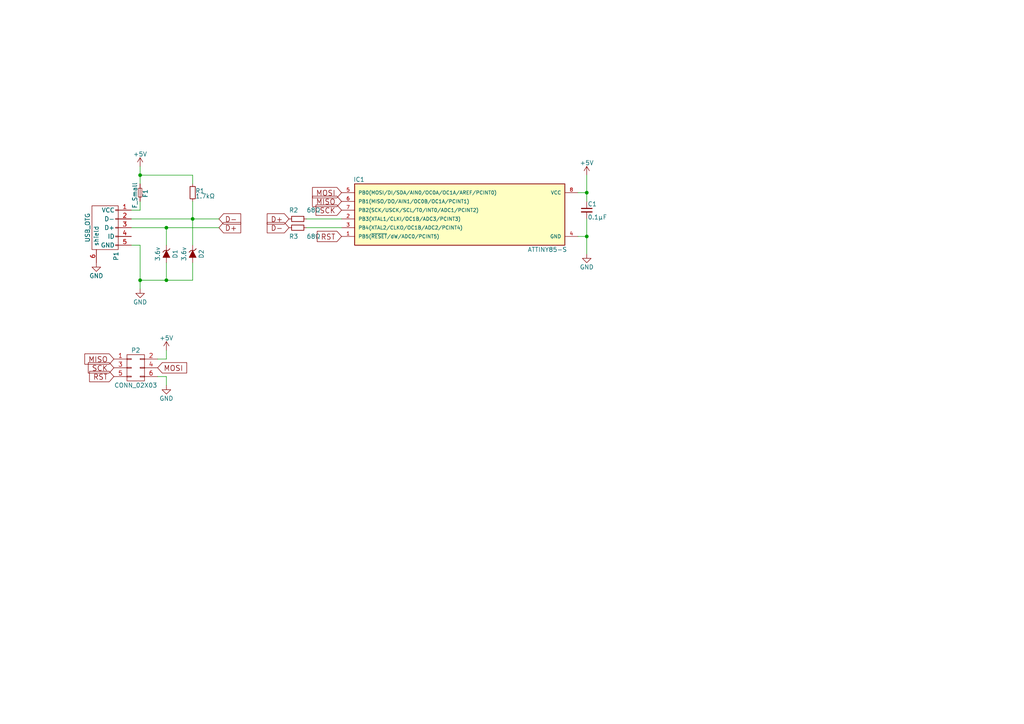
<source format=kicad_sch>
(kicad_sch (version 20230121) (generator eeschema)
  (paper "A4")
  (lib_symbols
    (symbol "device:C_Small" (pin_numbers hide) (pin_names (offset 0.254) hide)
      (property "Reference" "C" (at 0.254 1.778 0))
      (property "Value" "C_Small" (at 0.254 -2.032 0))
      (symbol "C_Small_0_1"
        (polyline (pts (xy -1.524 -0.508) (xy 1.524 -0.508)) (stroke (width 0.3302)))
        (polyline (pts (xy -1.524 0.508) (xy 1.524 0.508)) (stroke (width 0.3048)))
      )
      (symbol "C_Small_1_1"
        (pin passive line (at 0 2.54 270) (length 1.905) (name "~") (number "1"))
        (pin passive line (at 0 -2.54 90) (length 2.032) (name "~") (number "2"))
      )
    )
    (symbol "device:F_Small" (pin_numbers hide) (pin_names (offset 0.254) hide)
      (property "Reference" "F" (at -1.016 1.524 0))
      (property "Value" "F_Small" (at -3.048 -1.524 0))
      (symbol "F_Small_0_1"
        (rectangle (start -1.27 0.508) (end 1.27 -0.508))
        (polyline (pts (xy -1.27 0) (xy 1.27 0)))
      )
      (symbol "F_Small_1_1"
        (pin passive line (at -2.54 0 0) (length 1.27) (name "~") (number "1"))
        (pin passive line (at 2.54 0 180) (length 1.27) (name "~") (number "2"))
      )
    )
    (symbol "device:R_Small" (pin_numbers hide) (pin_names (offset 0.254) hide)
      (property "Reference" "R" (at 0.762 0.508 0))
      (property "Value" "R_Small" (at 0.762 -1.016 0))
      (symbol "R_Small_0_1"
        (rectangle (start -0.762 1.778) (end 0.762 -1.778) (stroke (width 0.2032)))
      )
      (symbol "R_Small_1_1"
        (pin passive line (at 0 2.54 270) (length 0.762) (name "~") (number "1"))
        (pin passive line (at 0 -2.54 90) (length 0.762) (name "~") (number "2"))
      )
    )
    (symbol "device:ZENERsmall" (pin_numbers hide) (pin_names (offset 1.016) hide)
      (property "Reference" "D" (at 0 2.54 0))
      (property "Value" "ZENERsmall" (at 0 -2.54 0))
      (symbol "ZENERsmall_0_1"
        (polyline (pts (xy -1.524 1.016) (xy -1.016 0.508) (xy -1.016 -0.508) (xy -0.508 -1.016)) (stroke (width 0.2032)))
        (polyline (pts (xy 1.016 1.016) (xy -1.016 0) (xy 1.016 -1.016) (xy 1.016 1.016)) (fill (type outline)))
      )
      (symbol "ZENERsmall_1_1"
        (pin passive line (at -2.54 0 0) (length 1.524) (name "K") (number "1"))
        (pin passive line (at 2.54 0 180) (length 1.524) (name "A") (number "2"))
      )
    )
    (symbol "isp-rescue:+5V" (power) (pin_names (offset 0))
      (property "Value" "+5V" (at 0 3.556 0))
      (symbol "+5V_0_1"
        (polyline (pts (xy -0.762 1.27) (xy 0 2.54)))
        (polyline (pts (xy 0 0) (xy 0 2.54)))
        (polyline (pts (xy 0 2.54) (xy 0.762 1.27)))
      )
      (symbol "+5V_1_1"
        (pin power_in line (at 0 0 90) (length 0) hide (name "+5V") (number "1"))
      )
    )
    (symbol "isp-rescue:ATTINY85-S-RESCUE-isp" (pin_names (offset 1.016))
      (property "Reference" "IC" (at -29.21 10.16 0))
      (property "Value" "ATTINY85-S-RESCUE-isp" (at 25.4 -10.16 0))
      (property "Footprint" "SO8-200" (at 24.13 0 0))
      (symbol "ATTINY85-S-RESCUE-isp_0_1"
        (rectangle (start -30.48 8.89) (end 30.48 -8.89) (stroke (width 0.254)) (fill (type background)))
      )
      (symbol "ATTINY85-S-RESCUE-isp_1_1"
        (pin bidirectional line (at -34.29 -6.35 0) (length 3.81) (name "PB5(~{RESET}/dW/ADC0/PCINT5)") (number "1"))
        (pin bidirectional line (at -34.29 -1.27 0) (length 3.81) (name "PB3(XTAL1/CLKI/OC1B/ADC3/PCINT3)") (number "2"))
        (pin bidirectional line (at -34.29 -3.81 0) (length 3.81) (name "PB4(XTAL2/CLKO/OC1B/ADC2/PCINT4)") (number "3"))
        (pin power_in line (at 34.29 -6.35 180) (length 3.81) (name "GND") (number "4"))
        (pin bidirectional line (at -34.29 6.35 0) (length 3.81) (name "PB0(MOSI/DI/SDA/AIN0/OC0A/OC1A/AREF/PCINT0)") (number "5"))
        (pin bidirectional line (at -34.29 3.81 0) (length 3.81) (name "PB1(MISO/DO/AIN1/OC0B/OC1A/PCINT1)") (number "6"))
        (pin bidirectional line (at -34.29 1.27 0) (length 3.81) (name "PB2(SCK/USCK/SCL/T0/INT0/ADC1/PCINT2)") (number "7"))
        (pin power_in line (at 34.29 6.35 180) (length 3.81) (name "VCC") (number "8"))
      )
    )
    (symbol "isp-rescue:CONN_02X03" (pin_names (offset 0.0254) hide)
      (property "Reference" "P" (at 0 5.08 0))
      (property "Value" "CONN_02X03" (at 0 -5.08 0))
      (symbol "CONN_02X03_0_1"
        (rectangle (start -2.54 -2.413) (end -1.27 -2.667))
        (rectangle (start -2.54 0.127) (end -1.27 -0.127))
        (rectangle (start -2.54 2.667) (end -1.27 2.413))
        (rectangle (start -2.54 3.81) (end 2.54 -3.81))
        (rectangle (start 1.27 -2.413) (end 2.54 -2.667))
        (rectangle (start 1.27 0.127) (end 2.54 -0.127))
        (rectangle (start 1.27 2.667) (end 2.54 2.413))
      )
      (symbol "CONN_02X03_1_1"
        (pin passive line (at -6.35 2.54 0) (length 3.81) (name "P1") (number "1"))
        (pin passive line (at 6.35 2.54 180) (length 3.81) (name "P2") (number "2"))
        (pin passive line (at -6.35 0 0) (length 3.81) (name "P3") (number "3"))
        (pin passive line (at 6.35 0 180) (length 3.81) (name "P4") (number "4"))
        (pin passive line (at -6.35 -2.54 0) (length 3.81) (name "P5") (number "5"))
        (pin passive line (at 6.35 -2.54 180) (length 3.81) (name "P6") (number "6"))
      )
    )
    (symbol "isp-rescue:GND" (power) (pin_names (offset 0))
      (property "Value" "GND" (at 0 -3.81 0))
      (symbol "GND_0_1"
        (polyline (pts (xy 0 0) (xy 0 -1.27) (xy 1.27 -1.27) (xy 0 -2.54) (xy -1.27 -1.27) (xy 0 -1.27)))
      )
      (symbol "GND_1_1"
        (pin power_in line (at 0 0 270) (length 0) hide (name "GND") (number "1"))
      )
    )
    (symbol "isp-rescue:USB_OTG-RESCUE-isp" (pin_names (offset 1.016))
      (property "Reference" "P" (at 8.255 -3.175 0))
      (property "Value" "USB_OTG-RESCUE-isp" (at 0 5.08 0))
      (symbol "USB_OTG-RESCUE-isp_0_1"
        (rectangle (start -6.35 -3.81) (end 6.35 3.81))
        (rectangle (start -5.207 -3.81) (end -4.953 -3.048))
        (rectangle (start -2.667 -3.81) (end -2.413 -3.048))
        (rectangle (start -0.127 -3.81) (end 0.127 -3.048))
        (rectangle (start 2.413 -3.81) (end 2.667 -3.048))
        (rectangle (start 4.953 -3.81) (end 5.207 -3.048))
      )
      (symbol "USB_OTG-RESCUE-isp_1_1"
        (pin power_out line (at -5.08 -7.62 90) (length 3.81) (name "VCC") (number "1"))
        (pin passive line (at -2.54 -7.62 90) (length 3.81) (name "D-") (number "2"))
        (pin passive line (at 0 -7.62 90) (length 3.81) (name "D+") (number "3"))
        (pin power_in line (at 2.54 -7.62 90) (length 3.81) (name "ID") (number "4"))
        (pin power_in line (at 5.08 -7.62 90) (length 3.81) (name "GND") (number "5"))
        (pin passive line (at 10.16 2.54 180) (length 3.81) (name "shield") (number "6"))
      )
    )
  )
  (junction (at 48.26 81.28))
  (junction (at 170.18 68.58))
  (junction (at 170.18 55.88))
  (junction (at 48.26 66.04))
  (junction (at 55.88 63.5))
  (junction (at 40.64 81.28))
  (junction (at 40.64 50.8))
  (wire (pts (xy 88.9 63.5) (xy 99.06 63.5)))
  (wire (pts (xy 38.1 66.04) (xy 48.26 66.04)))
  (wire (pts (xy 40.64 48.26) (xy 40.64 50.8)))
  (wire (pts (xy 170.18 50.8) (xy 170.18 55.88)))
  (wire (pts (xy 55.88 53.34) (xy 55.88 50.8)))
  (wire (pts (xy 40.64 71.12) (xy 40.64 81.28)))
  (wire (pts (xy 55.88 63.5) (xy 63.5 63.5)))
  (wire (pts (xy 170.18 68.58) (xy 170.18 73.66)))
  (wire (pts (xy 167.64 68.58) (xy 170.18 68.58)))
  (wire (pts (xy 88.9 66.04) (xy 99.06 66.04)))
  (wire (pts (xy 170.18 63.5) (xy 170.18 68.58)))
  (wire (pts (xy 40.64 81.28) (xy 48.26 81.28)))
  (wire (pts (xy 48.26 81.28) (xy 55.88 81.28)))
  (wire (pts (xy 48.26 66.04) (xy 63.5 66.04)))
  (wire (pts (xy 40.64 50.8) (xy 40.64 53.34)))
  (wire (pts (xy 55.88 50.8) (xy 40.64 50.8)))
  (wire (pts (xy 55.88 63.5) (xy 55.88 71.12)))
  (wire (pts (xy 48.26 66.04) (xy 48.26 71.12)))
  (wire (pts (xy 40.64 60.96) (xy 38.1 60.96)))
  (wire (pts (xy 45.72 104.14) (xy 48.26 104.14)))
  (wire (pts (xy 167.64 55.88) (xy 170.18 55.88)))
  (wire (pts (xy 40.64 81.28) (xy 40.64 83.82)))
  (wire (pts (xy 55.88 81.28) (xy 55.88 76.2)))
  (wire (pts (xy 45.72 109.22) (xy 48.26 109.22)))
  (wire (pts (xy 38.1 71.12) (xy 40.64 71.12)))
  (wire (pts (xy 48.26 104.14) (xy 48.26 101.6)))
  (wire (pts (xy 40.64 60.96) (xy 40.64 58.42)))
  (wire (pts (xy 38.1 63.5) (xy 55.88 63.5)))
  (wire (pts (xy 170.18 55.88) (xy 170.18 58.42)))
  (wire (pts (xy 48.26 109.22) (xy 48.26 111.76)))
  (wire (pts (xy 48.26 76.2) (xy 48.26 81.28)))
  (wire (pts (xy 55.88 58.42) (xy 55.88 63.5)))
  (global_label "RST" (shape input) (at 99.06 68.58 180) (effects (font (size 1.524 1.524))) (property "Intersheetrefs" "${INTERSHEET_REFS}" (effects hide)))
  (global_label "SCK" (shape input) (at 33.02 106.68 180) (effects (font (size 1.524 1.524))) (property "Intersheetrefs" "${INTERSHEET_REFS}" (effects hide)))
  (global_label "SCK" (shape input) (at 99.06 60.96 180) (effects (font (size 1.524 1.524))) (property "Intersheetrefs" "${INTERSHEET_REFS}" (effects hide)))
  (global_label "D+" (shape input) (at 63.5 66.04 0) (effects (font (size 1.524 1.524))) (property "Intersheetrefs" "${INTERSHEET_REFS}" (effects hide)))
  (global_label "MOSI" (shape input) (at 99.06 55.88 180) (effects (font (size 1.524 1.524))) (property "Intersheetrefs" "${INTERSHEET_REFS}" (effects hide)))
  (global_label "RST" (shape input) (at 33.02 109.22 180) (effects (font (size 1.524 1.524))) (property "Intersheetrefs" "${INTERSHEET_REFS}" (effects hide)))
  (global_label "D-" (shape input) (at 83.82 66.04 180) (effects (font (size 1.524 1.524))) (property "Intersheetrefs" "${INTERSHEET_REFS}" (effects hide)))
  (global_label "MISO" (shape input) (at 33.02 104.14 180) (effects (font (size 1.524 1.524))) (property "Intersheetrefs" "${INTERSHEET_REFS}" (effects hide)))
  (global_label "D+" (shape input) (at 83.82 63.5 180) (effects (font (size 1.524 1.524))) (property "Intersheetrefs" "${INTERSHEET_REFS}" (effects hide)))
  (global_label "MISO" (shape input) (at 99.06 58.42 180) (effects (font (size 1.524 1.524))) (property "Intersheetrefs" "${INTERSHEET_REFS}" (effects hide)))
  (global_label "MOSI" (shape input) (at 45.72 106.68 0) (effects (font (size 1.524 1.524))) (property "Intersheetrefs" "${INTERSHEET_REFS}" (effects hide)))
  (global_label "D-" (shape input) (at 63.5 63.5 0) (effects (font (size 1.524 1.524))) (property "Intersheetrefs" "${INTERSHEET_REFS}" (effects hide)))
  (symbol (lib_id "isp-rescue:USB_OTG-RESCUE-isp") (at 30.48 66.04 90) (mirror x) (unit 1)
    (property "Reference" "P1" (at 33.655 74.295 0))
    (property "Value" "USB_OTG" (at 25.4 66.04 0))
    (property "Footprint" "Connect:USB_Mini-B" (effects hide))
    (property "Mouser" "649-10033526-N3212LF" (effects hide))
  )
  (symbol (lib_id "isp-rescue:ATTINY85-S-RESCUE-isp") (at 133.35 62.23 0) (unit 1)
    (property "Reference" "IC1" (at 104.14 52.07 0))
    (property "Value" "ATTINY85-S" (at 158.75 72.39 0))
    (property "Footprint" "Housings_SOIC:SOIJ-8_5.3x5.3mm_Pitch1.27mm" (effects hide))
    (property "Mouser" "556-ATTINY45-20SU" (effects hide))
  )
  (symbol (lib_id "device:ZENERsmall") (at 48.26 73.66 270) (unit 1)
    (property "Reference" "D1" (at 50.8 73.66 0))
    (property "Value" "3.6v" (at 45.72 73.66 0))
    (property "Footprint" "Diodes_SMD:SOD-323_HandSoldering" (effects hide))
    (property "Mouser" "621-BZT52C3V6-F" (effects hide))
  )
  (symbol (lib_id "device:ZENERsmall") (at 55.88 73.66 270) (unit 1)
    (property "Reference" "D2" (at 58.42 73.66 0))
    (property "Value" "3.6v" (at 53.34 73.66 0))
    (property "Footprint" "Diodes_SMD:SOD-323_HandSoldering" (effects hide))
    (property "Mouser" "621-BZT52C3V6-F" (effects hide))
  )
  (symbol (lib_id "device:R_Small") (at 55.88 55.88 0) (unit 1)
    (property "Reference" "R1" (at 56.642 55.372 0) (effects (justify left)))
    (property "Value" "1.7kΩ" (at 56.642 56.896 0) (effects (justify left)))
    (property "Footprint" "Resistors_SMD:R_0805_HandSoldering" (effects hide))
  )
  (symbol (lib_id "device:R_Small") (at 86.36 63.5 270) (unit 1)
    (property "Reference" "R2" (at 83.82 60.96 90) (effects (justify left)))
    (property "Value" "68Ω" (at 88.9 60.96 90) (effects (justify left)))
    (property "Footprint" "Resistors_SMD:R_0805_HandSoldering" (effects hide))
    (property "Mouser" "667-ERJ-6GEYJ680V" (effects hide))
  )
  (symbol (lib_id "device:R_Small") (at 86.36 66.04 270) (unit 1)
    (property "Reference" "R3" (at 83.82 68.58 90) (effects (justify left)))
    (property "Value" "68Ω" (at 88.9 68.58 90) (effects (justify left)))
    (property "Footprint" "Resistors_SMD:R_0805_HandSoldering" (effects hide))
    (property "Mouser" "667-ERJ-6GEYJ680V" (effects hide))
  )
  (symbol (lib_id "device:C_Small") (at 170.18 60.96 0) (unit 1)
    (property "Reference" "C1" (at 170.434 59.182 0) (effects (justify left)))
    (property "Value" "0.1µF" (at 170.434 62.992 0) (effects (justify left)))
    (property "Footprint" "Capacitors_SMD:C_0805_HandSoldering" (effects hide))
    (property "Mouser" "80-C0805C104K5R" (effects hide))
  )
  (symbol (lib_id "device:F_Small") (at 40.64 55.88 270) (unit 1)
    (property "Reference" "F1" (at 42.164 54.864 0) (effects (justify left)))
    (property "Value" "F_Small" (at 39.116 52.832 0) (effects (justify left)))
    (property "Footprint" "Fuse_Holders_and_Fuses:Fuse_SMD1206_HandSoldering" (effects hide))
    (property "Mouser" "576-1206L050/15YR" (effects hide))
  )
  (symbol (lib_id "isp-rescue:GND") (at 40.64 83.82 0) (unit 1)
    (property "Reference" "#PWR5" (effects hide))
    (property "Value" "GND" (at 40.64 87.63 0))
  )
  (symbol (lib_id "isp-rescue:GND") (at 27.94 76.2 0) (unit 1)
    (property "Reference" "#PWR4" (effects hide))
    (property "Value" "GND" (at 27.94 80.01 0))
  )
  (symbol (lib_id "isp-rescue:+5V") (at 40.64 48.26 0) (unit 1)
    (property "Reference" "#PWR1" (effects hide))
    (property "Value" "+5V" (at 40.64 44.704 0))
  )
  (symbol (lib_id "isp-rescue:CONN_02X03") (at 39.37 106.68 0) (unit 1)
    (property "Reference" "P2" (at 39.37 101.6 0))
    (property "Value" "CONN_02X03" (at 39.37 111.76 0))
    (property "Footprint" "Pin_Headers:Pin_Header_Straight_2x03" (effects hide))
  )
  (symbol (lib_id "isp-rescue:+5V") (at 170.18 50.8 0) (unit 1)
    (property "Reference" "#PWR2" (effects hide))
    (property "Value" "+5V" (at 170.18 47.244 0))
  )
  (symbol (lib_id "isp-rescue:GND") (at 170.18 73.66 0) (unit 1)
    (property "Reference" "#PWR3" (effects hide))
    (property "Value" "GND" (at 170.18 77.47 0))
  )
  (symbol (lib_id "isp-rescue:GND") (at 48.26 111.76 0) (unit 1)
    (property "Reference" "#PWR7" (effects hide))
    (property "Value" "GND" (at 48.26 115.57 0))
  )
  (symbol (lib_id "isp-rescue:+5V") (at 48.26 101.6 0) (unit 1)
    (property "Reference" "#PWR6" (effects hide))
    (property "Value" "+5V" (at 48.26 98.044 0))
  )
)
</source>
